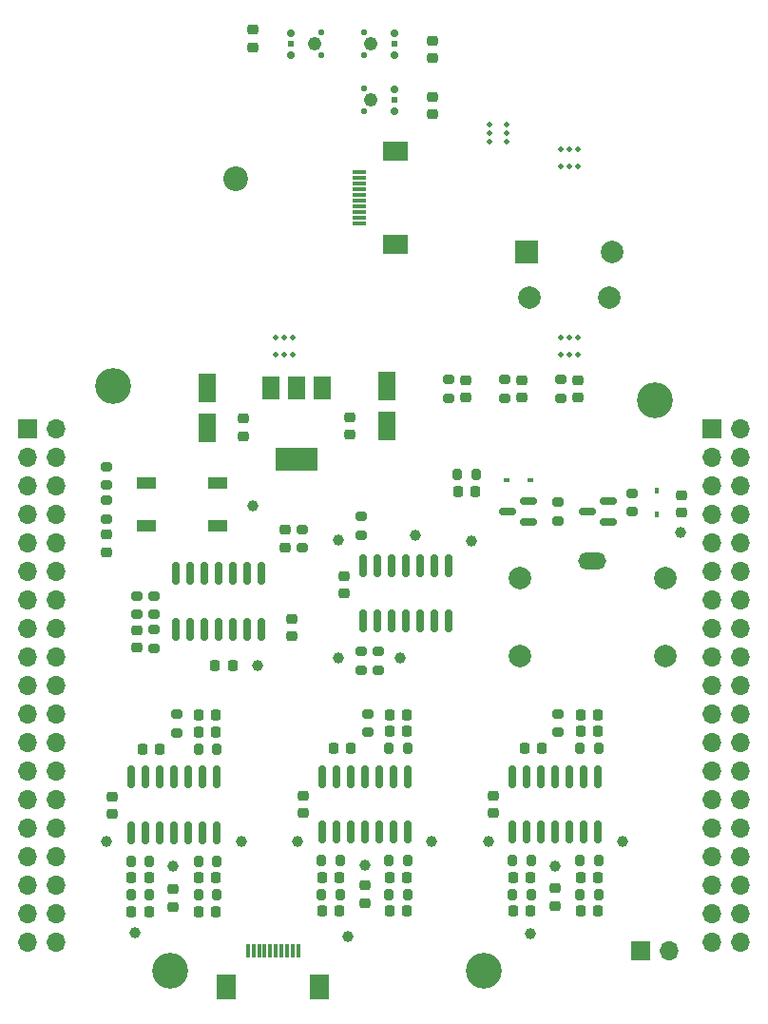
<source format=gbr>
%TF.GenerationSoftware,KiCad,Pcbnew,(6.0.8)*%
%TF.CreationDate,2022-11-07T12:18:00+02:00*%
%TF.ProjectId,inzynierka,696e7a79-6e69-4657-926b-612e6b696361,rev?*%
%TF.SameCoordinates,Original*%
%TF.FileFunction,Soldermask,Top*%
%TF.FilePolarity,Negative*%
%FSLAX46Y46*%
G04 Gerber Fmt 4.6, Leading zero omitted, Abs format (unit mm)*
G04 Created by KiCad (PCBNEW (6.0.8)) date 2022-11-07 12:18:00*
%MOMM*%
%LPD*%
G01*
G04 APERTURE LIST*
G04 Aperture macros list*
%AMRoundRect*
0 Rectangle with rounded corners*
0 $1 Rounding radius*
0 $2 $3 $4 $5 $6 $7 $8 $9 X,Y pos of 4 corners*
0 Add a 4 corners polygon primitive as box body*
4,1,4,$2,$3,$4,$5,$6,$7,$8,$9,$2,$3,0*
0 Add four circle primitives for the rounded corners*
1,1,$1+$1,$2,$3*
1,1,$1+$1,$4,$5*
1,1,$1+$1,$6,$7*
1,1,$1+$1,$8,$9*
0 Add four rect primitives between the rounded corners*
20,1,$1+$1,$2,$3,$4,$5,0*
20,1,$1+$1,$4,$5,$6,$7,0*
20,1,$1+$1,$6,$7,$8,$9,0*
20,1,$1+$1,$8,$9,$2,$3,0*%
G04 Aperture macros list end*
%ADD10R,1.700000X1.000000*%
%ADD11RoundRect,0.225000X0.225000X0.250000X-0.225000X0.250000X-0.225000X-0.250000X0.225000X-0.250000X0*%
%ADD12RoundRect,0.200000X-0.275000X0.200000X-0.275000X-0.200000X0.275000X-0.200000X0.275000X0.200000X0*%
%ADD13C,3.200000*%
%ADD14RoundRect,0.200000X-0.200000X-0.275000X0.200000X-0.275000X0.200000X0.275000X-0.200000X0.275000X0*%
%ADD15RoundRect,0.150000X0.587500X0.150000X-0.587500X0.150000X-0.587500X-0.150000X0.587500X-0.150000X0*%
%ADD16RoundRect,0.218750X-0.256250X0.218750X-0.256250X-0.218750X0.256250X-0.218750X0.256250X0.218750X0*%
%ADD17RoundRect,0.225000X-0.225000X-0.250000X0.225000X-0.250000X0.225000X0.250000X-0.225000X0.250000X0*%
%ADD18RoundRect,0.250000X0.550000X-1.050000X0.550000X1.050000X-0.550000X1.050000X-0.550000X-1.050000X0*%
%ADD19RoundRect,0.225000X0.250000X-0.225000X0.250000X0.225000X-0.250000X0.225000X-0.250000X-0.225000X0*%
%ADD20R,1.700000X1.700000*%
%ADD21O,1.700000X1.700000*%
%ADD22R,1.500000X2.000000*%
%ADD23R,3.800000X2.000000*%
%ADD24RoundRect,0.200000X0.275000X-0.200000X0.275000X0.200000X-0.275000X0.200000X-0.275000X-0.200000X0*%
%ADD25RoundRect,0.225000X-0.250000X0.225000X-0.250000X-0.225000X0.250000X-0.225000X0.250000X0.225000X0*%
%ADD26C,0.610000*%
%ADD27C,0.723000*%
%ADD28C,0.562000*%
%ADD29C,0.612000*%
%ADD30C,1.224000*%
%ADD31C,2.000000*%
%ADD32C,0.500000*%
%ADD33RoundRect,0.200000X0.200000X0.275000X-0.200000X0.275000X-0.200000X-0.275000X0.200000X-0.275000X0*%
%ADD34C,1.000000*%
%ADD35RoundRect,0.218750X0.218750X0.256250X-0.218750X0.256250X-0.218750X-0.256250X0.218750X-0.256250X0*%
%ADD36RoundRect,0.150000X0.150000X-0.825000X0.150000X0.825000X-0.150000X0.825000X-0.150000X-0.825000X0*%
%ADD37C,2.200000*%
%ADD38R,2.000000X2.000000*%
%ADD39R,0.600000X0.450000*%
%ADD40R,0.300000X1.300000*%
%ADD41R,1.800000X2.200000*%
%ADD42R,0.450000X0.600000*%
%ADD43O,2.500000X1.524000*%
%ADD44R,1.300000X0.300000*%
%ADD45R,2.200000X1.800000*%
G04 APERTURE END LIST*
D10*
%TO.C,SW101*%
X84850000Y-91102000D03*
X91150000Y-91102000D03*
X91150000Y-94902000D03*
X84850000Y-94902000D03*
%TD*%
D11*
%TO.C,C310*%
X103025000Y-114700000D03*
X101475000Y-114700000D03*
%TD*%
%TO.C,C203*%
X85025000Y-129250000D03*
X83475000Y-129250000D03*
%TD*%
D12*
%TO.C,R501*%
X121494000Y-92791000D03*
X121494000Y-94441000D03*
%TD*%
D13*
%TO.C,H101*%
X114890000Y-134510000D03*
%TD*%
D14*
%TO.C,R306*%
X106425000Y-114700000D03*
X108075000Y-114700000D03*
%TD*%
D15*
%TO.C,Q501*%
X118875500Y-94566000D03*
X118875500Y-92666000D03*
X117000500Y-93616000D03*
%TD*%
D14*
%TO.C,R503*%
X112527333Y-90316106D03*
X114177333Y-90316106D03*
%TD*%
D16*
%TO.C,D102*%
X118252333Y-81912500D03*
X118252333Y-83487500D03*
%TD*%
D17*
%TO.C,C409*%
X123475000Y-113200000D03*
X125025000Y-113200000D03*
%TD*%
D18*
%TO.C,C104*%
X106209500Y-86033000D03*
X106209500Y-82433000D03*
%TD*%
D12*
%TO.C,R205*%
X87500000Y-111675000D03*
X87500000Y-113325000D03*
%TD*%
D19*
%TO.C,C402*%
X115750000Y-120475000D03*
X115750000Y-118925000D03*
%TD*%
D20*
%TO.C,J104*%
X128860000Y-132732000D03*
D21*
X131400000Y-132732000D03*
%TD*%
D18*
%TO.C,C101*%
X90209500Y-86170500D03*
X90209500Y-82570500D03*
%TD*%
D13*
%TO.C,H102*%
X86950000Y-134510000D03*
%TD*%
D22*
%TO.C,U101*%
X100509500Y-82633000D03*
D23*
X98209500Y-88933000D03*
D22*
X98209500Y-82633000D03*
X95909500Y-82633000D03*
%TD*%
D17*
%TO.C,C209*%
X89475000Y-113250000D03*
X91025000Y-113250000D03*
%TD*%
D24*
%TO.C,R502*%
X128052333Y-93641106D03*
X128052333Y-91991106D03*
%TD*%
D14*
%TO.C,R302*%
X100425000Y-124700000D03*
X102075000Y-124700000D03*
%TD*%
D19*
%TO.C,C102*%
X93459500Y-86895500D03*
X93459500Y-85345500D03*
%TD*%
%TO.C,C204*%
X87152333Y-128791106D03*
X87152333Y-127241106D03*
%TD*%
D25*
%TO.C,C112*%
X81250000Y-95675000D03*
X81250000Y-97225000D03*
%TD*%
D26*
%TO.C,U201*%
X104792000Y-51980106D03*
D27*
X106895000Y-51014106D03*
D28*
X104158000Y-50965106D03*
X104158000Y-52995106D03*
D27*
X106895000Y-52946106D03*
D29*
X106895000Y-51980106D03*
D30*
X104792000Y-51980106D03*
%TD*%
D17*
%TO.C,C205*%
X83475000Y-126250000D03*
X85025000Y-126250000D03*
%TD*%
D31*
%TO.C,TP108*%
X126066000Y-74566000D03*
%TD*%
D17*
%TO.C,C207*%
X89475000Y-126250000D03*
X91025000Y-126250000D03*
%TD*%
D24*
%TO.C,R110*%
X121752333Y-83525000D03*
X121752333Y-81875000D03*
%TD*%
%TO.C,R111*%
X81250000Y-94275000D03*
X81250000Y-92625000D03*
%TD*%
D12*
%TO.C,R106*%
X85500000Y-104125000D03*
X85500000Y-105775000D03*
%TD*%
D17*
%TO.C,C305*%
X100475000Y-126200000D03*
X102025000Y-126200000D03*
%TD*%
D32*
%TO.C,mouse-bite-2mm-slot*%
X115402333Y-59916106D03*
X115402333Y-59166106D03*
X116902333Y-60666106D03*
X115402333Y-60666106D03*
X116902333Y-59916106D03*
X116902333Y-59166106D03*
%TD*%
D24*
%TO.C,R102*%
X103936000Y-107715000D03*
X103936000Y-106065000D03*
%TD*%
D33*
%TO.C,R203*%
X91075000Y-127750000D03*
X89425000Y-127750000D03*
%TD*%
D17*
%TO.C,C107*%
X90945000Y-107330000D03*
X92495000Y-107330000D03*
%TD*%
D14*
%TO.C,R202*%
X83425000Y-124750000D03*
X85075000Y-124750000D03*
%TD*%
D34*
%TO.C,TP106*%
X94252333Y-93116106D03*
%TD*%
D13*
%TO.C,H104*%
X81870000Y-82440000D03*
%TD*%
D19*
%TO.C,C202*%
X81750000Y-120525000D03*
X81750000Y-118975000D03*
%TD*%
D16*
%TO.C,D101*%
X113250000Y-81912500D03*
X113250000Y-83487500D03*
%TD*%
D34*
%TO.C,TP304*%
X104252333Y-125116106D03*
%TD*%
D35*
%TO.C,D502*%
X114139833Y-91816106D03*
X112564833Y-91816106D03*
%TD*%
D11*
%TO.C,C408*%
X125025000Y-111700000D03*
X123475000Y-111700000D03*
%TD*%
D17*
%TO.C,C405*%
X117475000Y-126200000D03*
X119025000Y-126200000D03*
%TD*%
%TO.C,C309*%
X106475000Y-113200000D03*
X108025000Y-113200000D03*
%TD*%
D26*
%TO.C,U401*%
X104792000Y-56980106D03*
D27*
X106895000Y-56014106D03*
D28*
X104158000Y-55965106D03*
X104158000Y-57995106D03*
D27*
X106895000Y-57946106D03*
D29*
X106895000Y-56980106D03*
D30*
X104792000Y-56980106D03*
%TD*%
D24*
%TO.C,R104*%
X84000000Y-102775000D03*
X84000000Y-101125000D03*
%TD*%
D12*
%TO.C,R105*%
X85500000Y-101125000D03*
X85500000Y-102775000D03*
%TD*%
D19*
%TO.C,C401*%
X110292000Y-58255106D03*
X110292000Y-56705106D03*
%TD*%
D32*
%TO.C,mouse-bite-2mm-slot*%
X123260000Y-62870000D03*
X121760000Y-61370000D03*
X121760000Y-62870000D03*
X122510000Y-62870000D03*
X122510000Y-61370000D03*
X123260000Y-61370000D03*
%TD*%
D14*
%TO.C,R204*%
X89425000Y-124750000D03*
X91075000Y-124750000D03*
%TD*%
D36*
%TO.C,U402*%
X117440000Y-122175000D03*
X118710000Y-122175000D03*
X119980000Y-122175000D03*
X121250000Y-122175000D03*
X122520000Y-122175000D03*
X123790000Y-122175000D03*
X125060000Y-122175000D03*
X125060000Y-117225000D03*
X123790000Y-117225000D03*
X122520000Y-117225000D03*
X121250000Y-117225000D03*
X119980000Y-117225000D03*
X118710000Y-117225000D03*
X117440000Y-117225000D03*
%TD*%
D25*
%TO.C,C301*%
X94292000Y-50705106D03*
X94292000Y-52255106D03*
%TD*%
D19*
%TO.C,C304*%
X104250000Y-128475000D03*
X104250000Y-126925000D03*
%TD*%
D36*
%TO.C,U102*%
X87410000Y-104095000D03*
X88680000Y-104095000D03*
X89950000Y-104095000D03*
X91220000Y-104095000D03*
X92490000Y-104095000D03*
X93760000Y-104095000D03*
X95030000Y-104095000D03*
X95030000Y-99145000D03*
X93760000Y-99145000D03*
X92490000Y-99145000D03*
X91220000Y-99145000D03*
X89950000Y-99145000D03*
X88680000Y-99145000D03*
X87410000Y-99145000D03*
%TD*%
D17*
%TO.C,C406*%
X123475000Y-129200000D03*
X125025000Y-129200000D03*
%TD*%
D33*
%TO.C,R401*%
X119075000Y-127700000D03*
X117425000Y-127700000D03*
%TD*%
D12*
%TO.C,R103*%
X103936000Y-94065000D03*
X103936000Y-95715000D03*
%TD*%
D24*
%TO.C,R107*%
X111750000Y-83525000D03*
X111750000Y-81875000D03*
%TD*%
D34*
%TO.C,TP301*%
X102752333Y-131416106D03*
%TD*%
D15*
%TO.C,Q502*%
X125987500Y-94566000D03*
X125987500Y-92666000D03*
X124112500Y-93616000D03*
%TD*%
D19*
%TO.C,C201*%
X110292000Y-53255106D03*
X110292000Y-51705106D03*
%TD*%
D34*
%TO.C,TP404*%
X121250000Y-125200000D03*
%TD*%
D13*
%TO.C,H103*%
X130130000Y-83710000D03*
%TD*%
D19*
%TO.C,C404*%
X121250000Y-128725000D03*
X121250000Y-127175000D03*
%TD*%
D34*
%TO.C,TP403*%
X127250000Y-122950000D03*
%TD*%
D12*
%TO.C,R405*%
X121500000Y-111625000D03*
X121500000Y-113275000D03*
%TD*%
D32*
%TO.C,mouse-bite-2mm-slot*%
X97860000Y-78134000D03*
X96360000Y-78134000D03*
X97110000Y-78134000D03*
X96360000Y-79634000D03*
X97860000Y-79634000D03*
X97110000Y-79634000D03*
%TD*%
D19*
%TO.C,C103*%
X102959500Y-86758000D03*
X102959500Y-85208000D03*
%TD*%
D11*
%TO.C,C410*%
X120025000Y-114700000D03*
X118475000Y-114700000D03*
%TD*%
%TO.C,C308*%
X108025000Y-111700000D03*
X106475000Y-111700000D03*
%TD*%
D17*
%TO.C,C307*%
X106475000Y-126200000D03*
X108025000Y-126200000D03*
%TD*%
D36*
%TO.C,U302*%
X100440000Y-122175000D03*
X101710000Y-122175000D03*
X102980000Y-122175000D03*
X104250000Y-122175000D03*
X105520000Y-122175000D03*
X106790000Y-122175000D03*
X108060000Y-122175000D03*
X108060000Y-117225000D03*
X106790000Y-117225000D03*
X105520000Y-117225000D03*
X104250000Y-117225000D03*
X102980000Y-117225000D03*
X101710000Y-117225000D03*
X100440000Y-117225000D03*
%TD*%
D37*
%TO.C,H105*%
X92792000Y-63980106D03*
%TD*%
D34*
%TO.C,TP104*%
X101936000Y-106640000D03*
%TD*%
%TO.C,TP402*%
X115250000Y-122950000D03*
%TD*%
D33*
%TO.C,R403*%
X125075000Y-127700000D03*
X123425000Y-127700000D03*
%TD*%
D34*
%TO.C,TP303*%
X110250000Y-122950000D03*
%TD*%
D11*
%TO.C,C210*%
X86025000Y-114750000D03*
X84475000Y-114750000D03*
%TD*%
D34*
%TO.C,TP101*%
X108750000Y-95700000D03*
%TD*%
D19*
%TO.C,C302*%
X98750000Y-120475000D03*
X98750000Y-118925000D03*
%TD*%
D38*
%TO.C,BZ101*%
X118700000Y-70502000D03*
D31*
X126300000Y-70502000D03*
%TD*%
D36*
%TO.C,U103*%
X104126000Y-103365000D03*
X105396000Y-103365000D03*
X106666000Y-103365000D03*
X107936000Y-103365000D03*
X109206000Y-103365000D03*
X110476000Y-103365000D03*
X111746000Y-103365000D03*
X111746000Y-98415000D03*
X110476000Y-98415000D03*
X109206000Y-98415000D03*
X107936000Y-98415000D03*
X106666000Y-98415000D03*
X105396000Y-98415000D03*
X104126000Y-98415000D03*
%TD*%
D33*
%TO.C,R301*%
X102075000Y-127700000D03*
X100425000Y-127700000D03*
%TD*%
D34*
%TO.C,TP501*%
X113752333Y-96216106D03*
%TD*%
D17*
%TO.C,C306*%
X106475000Y-129200000D03*
X108025000Y-129200000D03*
%TD*%
D24*
%TO.C,R108*%
X116752333Y-83525000D03*
X116752333Y-81875000D03*
%TD*%
D17*
%TO.C,C407*%
X123475000Y-126200000D03*
X125025000Y-126200000D03*
%TD*%
%TO.C,C206*%
X89475000Y-129250000D03*
X91025000Y-129250000D03*
%TD*%
D39*
%TO.C,D501*%
X116888000Y-90822000D03*
X118988000Y-90822000D03*
%TD*%
D14*
%TO.C,R402*%
X117425000Y-124700000D03*
X119075000Y-124700000D03*
%TD*%
D34*
%TO.C,TP202*%
X81250000Y-123000000D03*
%TD*%
%TO.C,TP201*%
X83752333Y-131116106D03*
%TD*%
D16*
%TO.C,D103*%
X97152333Y-95253606D03*
X97152333Y-96828606D03*
%TD*%
D14*
%TO.C,R406*%
X123425000Y-114700000D03*
X125075000Y-114700000D03*
%TD*%
D34*
%TO.C,TP302*%
X98250000Y-122950000D03*
%TD*%
D16*
%TO.C,D104*%
X123252333Y-81912500D03*
X123252333Y-83487500D03*
%TD*%
D12*
%TO.C,R305*%
X104500000Y-111625000D03*
X104500000Y-113275000D03*
%TD*%
D17*
%TO.C,C403*%
X117475000Y-129200000D03*
X119025000Y-129200000D03*
%TD*%
D32*
%TO.C,mouse-bite-2mm-slot*%
X122510000Y-79634000D03*
X121760000Y-78134000D03*
X122510000Y-78134000D03*
X123260000Y-78134000D03*
X123260000Y-79634000D03*
X121760000Y-79634000D03*
%TD*%
D24*
%TO.C,R109*%
X98652333Y-96866106D03*
X98652333Y-95216106D03*
%TD*%
D14*
%TO.C,R206*%
X89425000Y-114750000D03*
X91075000Y-114750000D03*
%TD*%
D34*
%TO.C,TP203*%
X93250000Y-123000000D03*
%TD*%
D14*
%TO.C,R404*%
X123425000Y-124700000D03*
X125075000Y-124700000D03*
%TD*%
D19*
%TO.C,C501*%
X132500000Y-93691106D03*
X132500000Y-92141106D03*
%TD*%
D33*
%TO.C,R303*%
X108075000Y-127700000D03*
X106425000Y-127700000D03*
%TD*%
D34*
%TO.C,TP502*%
X132352333Y-95516106D03*
%TD*%
D40*
%TO.C,J106*%
X93844000Y-132726000D03*
X94344000Y-132726000D03*
X94844000Y-132726000D03*
X95344000Y-132726000D03*
X95844000Y-132726000D03*
X96344000Y-132726000D03*
X96844000Y-132726000D03*
X97344000Y-132726000D03*
X97844000Y-132726000D03*
X98344000Y-132726000D03*
D41*
X100244000Y-135976000D03*
X91944000Y-135976000D03*
%TD*%
D42*
%TO.C,D503*%
X130252333Y-91766106D03*
X130252333Y-93866106D03*
%TD*%
D14*
%TO.C,R304*%
X106425000Y-124700000D03*
X108075000Y-124700000D03*
%TD*%
D12*
%TO.C,R112*%
X81250000Y-89625000D03*
X81250000Y-91275000D03*
%TD*%
D31*
%TO.C,TP107*%
X118954000Y-74566000D03*
%TD*%
D43*
%TO.C,T501*%
X124542000Y-98014000D03*
D31*
X131042000Y-106514000D03*
X131042000Y-99514000D03*
X118042000Y-99514000D03*
X118042000Y-106514000D03*
%TD*%
D34*
%TO.C,TP401*%
X119000000Y-131200000D03*
%TD*%
%TO.C,TP103*%
X107436000Y-106640000D03*
%TD*%
%TO.C,TP204*%
X87152333Y-125216106D03*
%TD*%
D25*
%TO.C,C105*%
X97750000Y-103175000D03*
X97750000Y-104725000D03*
%TD*%
D34*
%TO.C,TP102*%
X94720000Y-107370000D03*
%TD*%
D24*
%TO.C,R101*%
X105436000Y-107715000D03*
X105436000Y-106065000D03*
%TD*%
D36*
%TO.C,U202*%
X83440000Y-122225000D03*
X84710000Y-122225000D03*
X85980000Y-122225000D03*
X87250000Y-122225000D03*
X88520000Y-122225000D03*
X89790000Y-122225000D03*
X91060000Y-122225000D03*
X91060000Y-117275000D03*
X89790000Y-117275000D03*
X88520000Y-117275000D03*
X87250000Y-117275000D03*
X85980000Y-117275000D03*
X84710000Y-117275000D03*
X83440000Y-117275000D03*
%TD*%
D44*
%TO.C,J105*%
X103732249Y-67917857D03*
X103732249Y-67417857D03*
X103732249Y-66917857D03*
X103732249Y-66417857D03*
X103732249Y-65917857D03*
X103732249Y-65417857D03*
X103732249Y-64917857D03*
X103732249Y-64417857D03*
X103732249Y-63917857D03*
X103732249Y-63417857D03*
D45*
X106982249Y-61517857D03*
X106982249Y-69817857D03*
%TD*%
D34*
%TO.C,TP105*%
X101952333Y-96116106D03*
%TD*%
D19*
%TO.C,C106*%
X102436000Y-100915000D03*
X102436000Y-99365000D03*
%TD*%
D26*
%TO.C,U301*%
X99792000Y-51980106D03*
D27*
X97689000Y-52946106D03*
D28*
X100426000Y-52995106D03*
X100426000Y-50965106D03*
D27*
X97689000Y-51014106D03*
D29*
X97689000Y-51980106D03*
D30*
X99792000Y-51980106D03*
%TD*%
D33*
%TO.C,R201*%
X85075000Y-127750000D03*
X83425000Y-127750000D03*
%TD*%
D25*
%TO.C,C108*%
X84000000Y-104175000D03*
X84000000Y-105725000D03*
%TD*%
D11*
%TO.C,C208*%
X91025000Y-111750000D03*
X89475000Y-111750000D03*
%TD*%
D17*
%TO.C,C303*%
X100475000Y-129200000D03*
X102025000Y-129200000D03*
%TD*%
D20*
%TO.C,J102*%
X135210000Y-86250000D03*
D21*
X137750000Y-86250000D03*
X135210000Y-88790000D03*
X137750000Y-88790000D03*
X135210000Y-91330000D03*
X137750000Y-91330000D03*
X135210000Y-93870000D03*
X137750000Y-93870000D03*
X135210000Y-96410000D03*
X137750000Y-96410000D03*
X135210000Y-98950000D03*
X137750000Y-98950000D03*
X135210000Y-101490000D03*
X137750000Y-101490000D03*
X135210000Y-104030000D03*
X137750000Y-104030000D03*
X135210000Y-106570000D03*
X137750000Y-106570000D03*
X135210000Y-109110000D03*
X137750000Y-109110000D03*
X135210000Y-111650000D03*
X137750000Y-111650000D03*
X135210000Y-114190000D03*
X137750000Y-114190000D03*
X135210000Y-116730000D03*
X137750000Y-116730000D03*
X135210000Y-119270000D03*
X137750000Y-119270000D03*
X135210000Y-121810000D03*
X137750000Y-121810000D03*
X135210000Y-124350000D03*
X137750000Y-124350000D03*
X135210000Y-126890000D03*
X137750000Y-126890000D03*
X135210000Y-129430000D03*
X137750000Y-129430000D03*
X135210000Y-131970000D03*
X137750000Y-131970000D03*
%TD*%
D20*
%TO.C,J101*%
X74250000Y-86250000D03*
D21*
X76790000Y-86250000D03*
X74250000Y-88790000D03*
X76790000Y-88790000D03*
X74250000Y-91330000D03*
X76790000Y-91330000D03*
X74250000Y-93870000D03*
X76790000Y-93870000D03*
X74250000Y-96410000D03*
X76790000Y-96410000D03*
X74250000Y-98950000D03*
X76790000Y-98950000D03*
X74250000Y-101490000D03*
X76790000Y-101490000D03*
X74250000Y-104030000D03*
X76790000Y-104030000D03*
X74250000Y-106570000D03*
X76790000Y-106570000D03*
X74250000Y-109110000D03*
X76790000Y-109110000D03*
X74250000Y-111650000D03*
X76790000Y-111650000D03*
X74250000Y-114190000D03*
X76790000Y-114190000D03*
X74250000Y-116730000D03*
X76790000Y-116730000D03*
X74250000Y-119270000D03*
X76790000Y-119270000D03*
X74250000Y-121810000D03*
X76790000Y-121810000D03*
X74250000Y-124350000D03*
X76790000Y-124350000D03*
X74250000Y-126890000D03*
X76790000Y-126890000D03*
X74250000Y-129430000D03*
X76790000Y-129430000D03*
X74250000Y-131970000D03*
X76790000Y-131970000D03*
%TD*%
M02*

</source>
